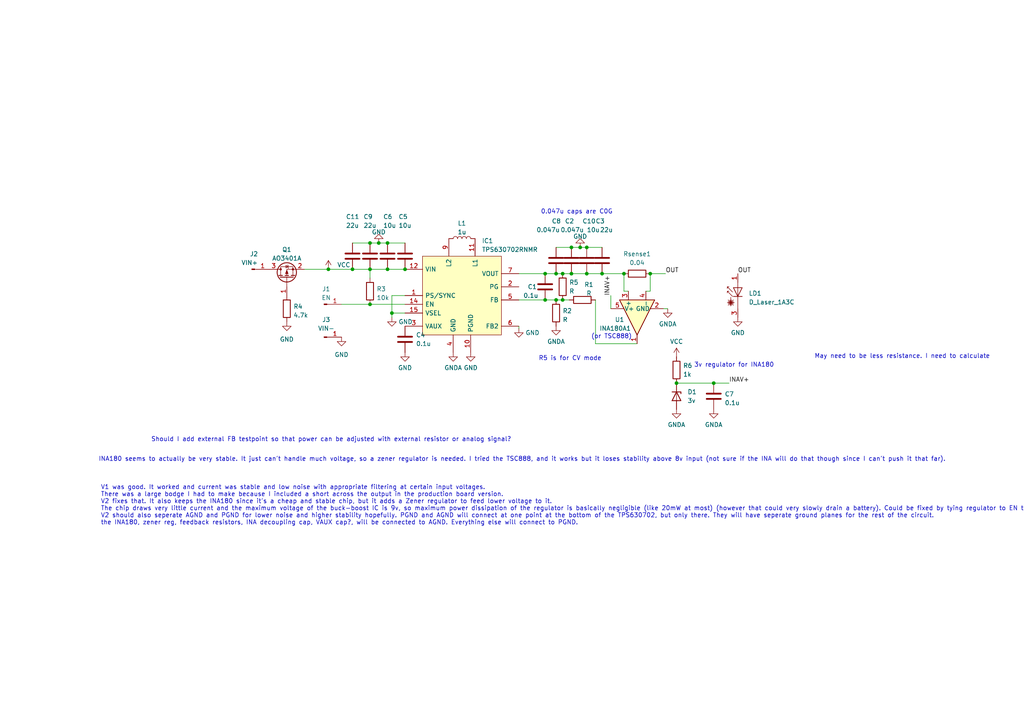
<source format=kicad_sch>
(kicad_sch (version 20230121) (generator eeschema)

  (uuid 067b09f1-9c65-4620-b0a0-4bf37d78209b)

  (paper "A4")

  (lib_symbols
    (symbol "Amplifier_Current:INA180A1" (pin_names (offset 0.127)) (in_bom yes) (on_board yes)
      (property "Reference" "U" (at 3.81 3.81 0)
        (effects (font (size 1.27 1.27)) (justify left))
      )
      (property "Value" "INA180A1" (at 3.81 -2.54 0)
        (effects (font (size 1.27 1.27)) (justify left))
      )
      (property "Footprint" "Package_TO_SOT_SMD:SOT-23-5" (at 1.27 1.27 0)
        (effects (font (size 1.27 1.27)) hide)
      )
      (property "Datasheet" "http://www.ti.com/lit/ds/symlink/ina180.pdf" (at 3.81 3.81 0)
        (effects (font (size 1.27 1.27)) hide)
      )
      (property "ki_keywords" "current monitor shunt sensor" (at 0 0 0)
        (effects (font (size 1.27 1.27)) hide)
      )
      (property "ki_description" "Current Sense Amplifier, 1 Circuit, Rail-to-Rail, 26V, Gain 20 V/V, SOT-23-5" (at 0 0 0)
        (effects (font (size 1.27 1.27)) hide)
      )
      (property "ki_fp_filters" "SOT?23*" (at 0 0 0)
        (effects (font (size 1.27 1.27)) hide)
      )
      (symbol "INA180A1_0_1"
        (polyline
          (pts
            (xy 5.08 0)
            (xy -5.08 5.08)
            (xy -5.08 -5.08)
            (xy 5.08 0)
          )
          (stroke (width 0.254) (type default))
          (fill (type background))
        )
      )
      (symbol "INA180A1_1_1"
        (pin output line (at 7.62 0 180) (length 2.54)
          (name "~" (effects (font (size 1.27 1.27))))
          (number "1" (effects (font (size 1.27 1.27))))
        )
        (pin power_in line (at -2.54 -7.62 90) (length 3.81)
          (name "GND" (effects (font (size 1.27 1.27))))
          (number "2" (effects (font (size 1.27 1.27))))
        )
        (pin input line (at -7.62 2.54 0) (length 2.54)
          (name "+" (effects (font (size 1.27 1.27))))
          (number "3" (effects (font (size 1.27 1.27))))
        )
        (pin input line (at -7.62 -2.54 0) (length 2.54)
          (name "-" (effects (font (size 1.27 1.27))))
          (number "4" (effects (font (size 1.27 1.27))))
        )
        (pin power_in line (at -2.54 7.62 270) (length 3.81)
          (name "V+" (effects (font (size 1.27 1.27))))
          (number "5" (effects (font (size 1.27 1.27))))
        )
      )
    )
    (symbol "Connector:Conn_01x01_Pin" (pin_names (offset 1.016) hide) (in_bom yes) (on_board yes)
      (property "Reference" "J" (at 0 2.54 0)
        (effects (font (size 1.27 1.27)))
      )
      (property "Value" "Conn_01x01_Pin" (at 0 -2.54 0)
        (effects (font (size 1.27 1.27)))
      )
      (property "Footprint" "" (at 0 0 0)
        (effects (font (size 1.27 1.27)) hide)
      )
      (property "Datasheet" "~" (at 0 0 0)
        (effects (font (size 1.27 1.27)) hide)
      )
      (property "ki_locked" "" (at 0 0 0)
        (effects (font (size 1.27 1.27)))
      )
      (property "ki_keywords" "connector" (at 0 0 0)
        (effects (font (size 1.27 1.27)) hide)
      )
      (property "ki_description" "Generic connector, single row, 01x01, script generated" (at 0 0 0)
        (effects (font (size 1.27 1.27)) hide)
      )
      (property "ki_fp_filters" "Connector*:*_1x??_*" (at 0 0 0)
        (effects (font (size 1.27 1.27)) hide)
      )
      (symbol "Conn_01x01_Pin_1_1"
        (polyline
          (pts
            (xy 1.27 0)
            (xy 0.8636 0)
          )
          (stroke (width 0.1524) (type default))
          (fill (type none))
        )
        (rectangle (start 0.8636 0.127) (end 0 -0.127)
          (stroke (width 0.1524) (type default))
          (fill (type outline))
        )
        (pin passive line (at 5.08 0 180) (length 3.81)
          (name "Pin_1" (effects (font (size 1.27 1.27))))
          (number "1" (effects (font (size 1.27 1.27))))
        )
      )
    )
    (symbol "Device:C" (pin_numbers hide) (pin_names (offset 0.254)) (in_bom yes) (on_board yes)
      (property "Reference" "C" (at 0.635 2.54 0)
        (effects (font (size 1.27 1.27)) (justify left))
      )
      (property "Value" "C" (at 0.635 -2.54 0)
        (effects (font (size 1.27 1.27)) (justify left))
      )
      (property "Footprint" "" (at 0.9652 -3.81 0)
        (effects (font (size 1.27 1.27)) hide)
      )
      (property "Datasheet" "~" (at 0 0 0)
        (effects (font (size 1.27 1.27)) hide)
      )
      (property "ki_keywords" "cap capacitor" (at 0 0 0)
        (effects (font (size 1.27 1.27)) hide)
      )
      (property "ki_description" "Unpolarized capacitor" (at 0 0 0)
        (effects (font (size 1.27 1.27)) hide)
      )
      (property "ki_fp_filters" "C_*" (at 0 0 0)
        (effects (font (size 1.27 1.27)) hide)
      )
      (symbol "C_0_1"
        (polyline
          (pts
            (xy -2.032 -0.762)
            (xy 2.032 -0.762)
          )
          (stroke (width 0.508) (type default))
          (fill (type none))
        )
        (polyline
          (pts
            (xy -2.032 0.762)
            (xy 2.032 0.762)
          )
          (stroke (width 0.508) (type default))
          (fill (type none))
        )
      )
      (symbol "C_1_1"
        (pin passive line (at 0 3.81 270) (length 2.794)
          (name "~" (effects (font (size 1.27 1.27))))
          (number "1" (effects (font (size 1.27 1.27))))
        )
        (pin passive line (at 0 -3.81 90) (length 2.794)
          (name "~" (effects (font (size 1.27 1.27))))
          (number "2" (effects (font (size 1.27 1.27))))
        )
      )
    )
    (symbol "Device:D_Laser_1A3C" (pin_names (offset 1.016) hide) (in_bom yes) (on_board yes)
      (property "Reference" "LD" (at -1.27 4.445 0)
        (effects (font (size 1.27 1.27)))
      )
      (property "Value" "D_Laser_1A3C" (at -1.27 -2.54 0)
        (effects (font (size 1.27 1.27)))
      )
      (property "Footprint" "" (at -2.54 -0.635 0)
        (effects (font (size 1.27 1.27)) hide)
      )
      (property "Datasheet" "~" (at 0.762 -5.08 0)
        (effects (font (size 1.27 1.27)) hide)
      )
      (property "ki_keywords" "opto laserdiode" (at 0 0 0)
        (effects (font (size 1.27 1.27)) hide)
      )
      (property "ki_description" "Laser diode, cathode on pin 3, anode on pin 1" (at 0 0 0)
        (effects (font (size 1.27 1.27)) hide)
      )
      (property "ki_fp_filters" "*LaserDiode*" (at 0 0 0)
        (effects (font (size 1.27 1.27)) hide)
      )
      (symbol "D_Laser_1A3C_0_1"
        (polyline
          (pts
            (xy -4.064 1.27)
            (xy -2.54 2.794)
          )
          (stroke (width 0) (type default))
          (fill (type none))
        )
        (polyline
          (pts
            (xy -4.064 1.778)
            (xy -2.54 2.286)
          )
          (stroke (width 0) (type default))
          (fill (type none))
        )
        (polyline
          (pts
            (xy -4.064 2.286)
            (xy -2.54 1.778)
          )
          (stroke (width 0) (type default))
          (fill (type none))
        )
        (polyline
          (pts
            (xy -4.064 2.794)
            (xy -2.54 1.27)
          )
          (stroke (width 0) (type default))
          (fill (type none))
        )
        (polyline
          (pts
            (xy -3.556 2.794)
            (xy -3.048 1.27)
          )
          (stroke (width 0) (type default))
          (fill (type none))
        )
        (polyline
          (pts
            (xy -3.302 2.032)
            (xy -3.302 1.016)
          )
          (stroke (width 0) (type default))
          (fill (type none))
        )
        (polyline
          (pts
            (xy -3.302 2.032)
            (xy -3.302 3.048)
          )
          (stroke (width 0) (type default))
          (fill (type none))
        )
        (polyline
          (pts
            (xy -3.048 2.794)
            (xy -3.556 1.27)
          )
          (stroke (width 0) (type default))
          (fill (type none))
        )
        (polyline
          (pts
            (xy -1.778 2.032)
            (xy -4.318 2.032)
          )
          (stroke (width 0) (type default))
          (fill (type none))
        )
        (polyline
          (pts
            (xy -1.524 1.27)
            (xy -1.524 -1.27)
          )
          (stroke (width 0.2032) (type default))
          (fill (type none))
        )
        (polyline
          (pts
            (xy 1.27 3.048)
            (xy 0.762 3.048)
          )
          (stroke (width 0) (type default))
          (fill (type none))
        )
        (polyline
          (pts
            (xy 2.54 0)
            (xy -5.08 0)
          )
          (stroke (width 0) (type default))
          (fill (type none))
        )
        (polyline
          (pts
            (xy -0.254 1.524)
            (xy 1.27 3.048)
            (xy 1.27 2.54)
          )
          (stroke (width 0) (type default))
          (fill (type none))
        )
        (polyline
          (pts
            (xy 1.016 1.27)
            (xy 1.016 -1.27)
            (xy -1.524 0)
            (xy 1.016 1.27)
          )
          (stroke (width 0.2032) (type default))
          (fill (type none))
        )
        (polyline
          (pts
            (xy -1.524 1.524)
            (xy 0 3.048)
            (xy 0 2.54)
            (xy 0 3.048)
            (xy -0.508 3.048)
          )
          (stroke (width 0) (type default))
          (fill (type none))
        )
      )
      (symbol "D_Laser_1A3C_1_1"
        (pin passive line (at 5.08 0 180) (length 2.54)
          (name "A" (effects (font (size 1.27 1.27))))
          (number "1" (effects (font (size 1.27 1.27))))
        )
        (pin passive line (at -7.62 0 0) (length 2.54)
          (name "K" (effects (font (size 1.27 1.27))))
          (number "3" (effects (font (size 1.27 1.27))))
        )
      )
    )
    (symbol "Device:D_Zener" (pin_numbers hide) (pin_names (offset 1.016) hide) (in_bom yes) (on_board yes)
      (property "Reference" "D" (at 0 2.54 0)
        (effects (font (size 1.27 1.27)))
      )
      (property "Value" "D_Zener" (at 0 -2.54 0)
        (effects (font (size 1.27 1.27)))
      )
      (property "Footprint" "" (at 0 0 0)
        (effects (font (size 1.27 1.27)) hide)
      )
      (property "Datasheet" "~" (at 0 0 0)
        (effects (font (size 1.27 1.27)) hide)
      )
      (property "ki_keywords" "diode" (at 0 0 0)
        (effects (font (size 1.27 1.27)) hide)
      )
      (property "ki_description" "Zener diode" (at 0 0 0)
        (effects (font (size 1.27 1.27)) hide)
      )
      (property "ki_fp_filters" "TO-???* *_Diode_* *SingleDiode* D_*" (at 0 0 0)
        (effects (font (size 1.27 1.27)) hide)
      )
      (symbol "D_Zener_0_1"
        (polyline
          (pts
            (xy 1.27 0)
            (xy -1.27 0)
          )
          (stroke (width 0) (type default))
          (fill (type none))
        )
        (polyline
          (pts
            (xy -1.27 -1.27)
            (xy -1.27 1.27)
            (xy -0.762 1.27)
          )
          (stroke (width 0.254) (type default))
          (fill (type none))
        )
        (polyline
          (pts
            (xy 1.27 -1.27)
            (xy 1.27 1.27)
            (xy -1.27 0)
            (xy 1.27 -1.27)
          )
          (stroke (width 0.254) (type default))
          (fill (type none))
        )
      )
      (symbol "D_Zener_1_1"
        (pin passive line (at -3.81 0 0) (length 2.54)
          (name "K" (effects (font (size 1.27 1.27))))
          (number "1" (effects (font (size 1.27 1.27))))
        )
        (pin passive line (at 3.81 0 180) (length 2.54)
          (name "A" (effects (font (size 1.27 1.27))))
          (number "2" (effects (font (size 1.27 1.27))))
        )
      )
    )
    (symbol "Device:L" (pin_numbers hide) (pin_names (offset 1.016) hide) (in_bom yes) (on_board yes)
      (property "Reference" "L" (at -1.27 0 90)
        (effects (font (size 1.27 1.27)))
      )
      (property "Value" "L" (at 1.905 0 90)
        (effects (font (size 1.27 1.27)))
      )
      (property "Footprint" "" (at 0 0 0)
        (effects (font (size 1.27 1.27)) hide)
      )
      (property "Datasheet" "~" (at 0 0 0)
        (effects (font (size 1.27 1.27)) hide)
      )
      (property "ki_keywords" "inductor choke coil reactor magnetic" (at 0 0 0)
        (effects (font (size 1.27 1.27)) hide)
      )
      (property "ki_description" "Inductor" (at 0 0 0)
        (effects (font (size 1.27 1.27)) hide)
      )
      (property "ki_fp_filters" "Choke_* *Coil* Inductor_* L_*" (at 0 0 0)
        (effects (font (size 1.27 1.27)) hide)
      )
      (symbol "L_0_1"
        (arc (start 0 -2.54) (mid 0.6323 -1.905) (end 0 -1.27)
          (stroke (width 0) (type default))
          (fill (type none))
        )
        (arc (start 0 -1.27) (mid 0.6323 -0.635) (end 0 0)
          (stroke (width 0) (type default))
          (fill (type none))
        )
        (arc (start 0 0) (mid 0.6323 0.635) (end 0 1.27)
          (stroke (width 0) (type default))
          (fill (type none))
        )
        (arc (start 0 1.27) (mid 0.6323 1.905) (end 0 2.54)
          (stroke (width 0) (type default))
          (fill (type none))
        )
      )
      (symbol "L_1_1"
        (pin passive line (at 0 3.81 270) (length 1.27)
          (name "1" (effects (font (size 1.27 1.27))))
          (number "1" (effects (font (size 1.27 1.27))))
        )
        (pin passive line (at 0 -3.81 90) (length 1.27)
          (name "2" (effects (font (size 1.27 1.27))))
          (number "2" (effects (font (size 1.27 1.27))))
        )
      )
    )
    (symbol "Device:R" (pin_numbers hide) (pin_names (offset 0)) (in_bom yes) (on_board yes)
      (property "Reference" "R" (at 2.032 0 90)
        (effects (font (size 1.27 1.27)))
      )
      (property "Value" "R" (at 0 0 90)
        (effects (font (size 1.27 1.27)))
      )
      (property "Footprint" "" (at -1.778 0 90)
        (effects (font (size 1.27 1.27)) hide)
      )
      (property "Datasheet" "~" (at 0 0 0)
        (effects (font (size 1.27 1.27)) hide)
      )
      (property "ki_keywords" "R res resistor" (at 0 0 0)
        (effects (font (size 1.27 1.27)) hide)
      )
      (property "ki_description" "Resistor" (at 0 0 0)
        (effects (font (size 1.27 1.27)) hide)
      )
      (property "ki_fp_filters" "R_*" (at 0 0 0)
        (effects (font (size 1.27 1.27)) hide)
      )
      (symbol "R_0_1"
        (rectangle (start -1.016 -2.54) (end 1.016 2.54)
          (stroke (width 0.254) (type default))
          (fill (type none))
        )
      )
      (symbol "R_1_1"
        (pin passive line (at 0 3.81 270) (length 1.27)
          (name "~" (effects (font (size 1.27 1.27))))
          (number "1" (effects (font (size 1.27 1.27))))
        )
        (pin passive line (at 0 -3.81 90) (length 1.27)
          (name "~" (effects (font (size 1.27 1.27))))
          (number "2" (effects (font (size 1.27 1.27))))
        )
      )
    )
    (symbol "Transistor_FET:AO3401A" (pin_names hide) (in_bom yes) (on_board yes)
      (property "Reference" "Q" (at 5.08 1.905 0)
        (effects (font (size 1.27 1.27)) (justify left))
      )
      (property "Value" "AO3401A" (at 5.08 0 0)
        (effects (font (size 1.27 1.27)) (justify left))
      )
      (property "Footprint" "Package_TO_SOT_SMD:SOT-23" (at 5.08 -1.905 0)
        (effects (font (size 1.27 1.27) italic) (justify left) hide)
      )
      (property "Datasheet" "http://www.aosmd.com/pdfs/datasheet/AO3401A.pdf" (at 0 0 0)
        (effects (font (size 1.27 1.27)) (justify left) hide)
      )
      (property "ki_keywords" "P-Channel MOSFET" (at 0 0 0)
        (effects (font (size 1.27 1.27)) hide)
      )
      (property "ki_description" "-4.0A Id, -30V Vds, P-Channel MOSFET, SOT-23" (at 0 0 0)
        (effects (font (size 1.27 1.27)) hide)
      )
      (property "ki_fp_filters" "SOT?23*" (at 0 0 0)
        (effects (font (size 1.27 1.27)) hide)
      )
      (symbol "AO3401A_0_1"
        (polyline
          (pts
            (xy 0.254 0)
            (xy -2.54 0)
          )
          (stroke (width 0) (type default))
          (fill (type none))
        )
        (polyline
          (pts
            (xy 0.254 1.905)
            (xy 0.254 -1.905)
          )
          (stroke (width 0.254) (type default))
          (fill (type none))
        )
        (polyline
          (pts
            (xy 0.762 -1.27)
            (xy 0.762 -2.286)
          )
          (stroke (width 0.254) (type default))
          (fill (type none))
        )
        (polyline
          (pts
            (xy 0.762 0.508)
            (xy 0.762 -0.508)
          )
          (stroke (width 0.254) (type default))
          (fill (type none))
        )
        (polyline
          (pts
            (xy 0.762 2.286)
            (xy 0.762 1.27)
          )
          (stroke (width 0.254) (type default))
          (fill (type none))
        )
        (polyline
          (pts
            (xy 2.54 2.54)
            (xy 2.54 1.778)
          )
          (stroke (width 0) (type default))
          (fill (type none))
        )
        (polyline
          (pts
            (xy 2.54 -2.54)
            (xy 2.54 0)
            (xy 0.762 0)
          )
          (stroke (width 0) (type default))
          (fill (type none))
        )
        (polyline
          (pts
            (xy 0.762 1.778)
            (xy 3.302 1.778)
            (xy 3.302 -1.778)
            (xy 0.762 -1.778)
          )
          (stroke (width 0) (type default))
          (fill (type none))
        )
        (polyline
          (pts
            (xy 2.286 0)
            (xy 1.27 0.381)
            (xy 1.27 -0.381)
            (xy 2.286 0)
          )
          (stroke (width 0) (type default))
          (fill (type outline))
        )
        (polyline
          (pts
            (xy 2.794 -0.508)
            (xy 2.921 -0.381)
            (xy 3.683 -0.381)
            (xy 3.81 -0.254)
          )
          (stroke (width 0) (type default))
          (fill (type none))
        )
        (polyline
          (pts
            (xy 3.302 -0.381)
            (xy 2.921 0.254)
            (xy 3.683 0.254)
            (xy 3.302 -0.381)
          )
          (stroke (width 0) (type default))
          (fill (type none))
        )
        (circle (center 1.651 0) (radius 2.794)
          (stroke (width 0.254) (type default))
          (fill (type none))
        )
        (circle (center 2.54 -1.778) (radius 0.254)
          (stroke (width 0) (type default))
          (fill (type outline))
        )
        (circle (center 2.54 1.778) (radius 0.254)
          (stroke (width 0) (type default))
          (fill (type outline))
        )
      )
      (symbol "AO3401A_1_1"
        (pin input line (at -5.08 0 0) (length 2.54)
          (name "G" (effects (font (size 1.27 1.27))))
          (number "1" (effects (font (size 1.27 1.27))))
        )
        (pin passive line (at 2.54 -5.08 90) (length 2.54)
          (name "S" (effects (font (size 1.27 1.27))))
          (number "2" (effects (font (size 1.27 1.27))))
        )
        (pin passive line (at 2.54 5.08 270) (length 2.54)
          (name "D" (effects (font (size 1.27 1.27))))
          (number "3" (effects (font (size 1.27 1.27))))
        )
      )
    )
    (symbol "custom:TPS630702RNMR" (pin_names (offset 0.762)) (in_bom yes) (on_board yes)
      (property "Reference" "IC" (at 29.21 7.62 0)
        (effects (font (size 1.27 1.27)) (justify left))
      )
      (property "Value" "TPS630702RNMR" (at 29.21 5.08 0)
        (effects (font (size 1.27 1.27)) (justify left))
      )
      (property "Footprint" "TPS630701RNMR" (at 29.21 2.54 0)
        (effects (font (size 1.27 1.27)) (justify left) hide)
      )
      (property "Datasheet" "http://www.ti.com/lit/ds/symlink/tps63070.pdf" (at 29.21 0 0)
        (effects (font (size 1.27 1.27)) (justify left) hide)
      )
      (property "Description" "Switching Voltage Regulators" (at 31.75 -21.59 0)
        (effects (font (size 1.27 1.27)) (justify left) hide)
      )
      (property "Height" "" (at 29.21 -5.08 0)
        (effects (font (size 1.27 1.27)) (justify left) hide)
      )
      (property "Mouser Part Number" "595-TPS630702RNMR" (at 29.21 -7.62 0)
        (effects (font (size 1.27 1.27)) (justify left) hide)
      )
      (property "Mouser Price/Stock" "https://www.mouser.co.uk/ProductDetail/Texas-Instruments/TPS630702RNMR?qs=vLWxofP3U2wHUyCq3Fj%2FmQ%3D%3D" (at 29.21 -10.16 0)
        (effects (font (size 1.27 1.27)) (justify left) hide)
      )
      (property "Manufacturer_Name" "Texas Instruments" (at 29.21 -12.7 0)
        (effects (font (size 1.27 1.27)) (justify left) hide)
      )
      (property "Manufacturer_Part_Number" "TPS630702RNMR" (at 29.21 -15.24 0)
        (effects (font (size 1.27 1.27)) (justify left) hide)
      )
      (property "ki_description" "Switching Voltage Regulators" (at 0 0 0)
        (effects (font (size 1.27 1.27)) hide)
      )
      (symbol "TPS630702RNMR_0_0"
        (pin passive line (at 0 -8.89 0) (length 5.08)
          (name "PS/SYNC" (effects (font (size 1.27 1.27))))
          (number "1" (effects (font (size 1.27 1.27))))
        )
        (pin passive line (at 19.05 -25.4 90) (length 5.08)
          (name "PGND" (effects (font (size 1.27 1.27))))
          (number "10" (effects (font (size 1.27 1.27))))
        )
        (pin passive line (at 20.32 7.62 270) (length 5.08)
          (name "L1" (effects (font (size 1.27 1.27))))
          (number "11" (effects (font (size 1.27 1.27))))
        )
        (pin passive line (at 0 -1.27 0) (length 5.08)
          (name "VIN" (effects (font (size 1.27 1.27))))
          (number "12" (effects (font (size 1.27 1.27))))
        )
        (pin passive line (at 0 -1.27 0) (length 5.08) hide
          (name "VIN" (effects (font (size 1.27 1.27))))
          (number "13" (effects (font (size 1.27 1.27))))
        )
        (pin passive line (at 0 -11.43 0) (length 5.08)
          (name "EN" (effects (font (size 1.27 1.27))))
          (number "14" (effects (font (size 1.27 1.27))))
        )
        (pin passive line (at 0 -13.97 0) (length 5.08)
          (name "VSEL" (effects (font (size 1.27 1.27))))
          (number "15" (effects (font (size 1.27 1.27))))
        )
        (pin passive line (at 33.02 -6.35 180) (length 5.08)
          (name "PG" (effects (font (size 1.27 1.27))))
          (number "2" (effects (font (size 1.27 1.27))))
        )
        (pin passive line (at 0 -17.78 0) (length 5.08)
          (name "VAUX" (effects (font (size 1.27 1.27))))
          (number "3" (effects (font (size 1.27 1.27))))
        )
        (pin passive line (at 13.97 -25.4 90) (length 5.08)
          (name "GND" (effects (font (size 1.27 1.27))))
          (number "4" (effects (font (size 1.27 1.27))))
        )
        (pin passive line (at 33.02 -10.16 180) (length 5.08)
          (name "FB" (effects (font (size 1.27 1.27))))
          (number "5" (effects (font (size 1.27 1.27))))
        )
        (pin passive line (at 33.02 -17.78 180) (length 5.08)
          (name "FB2" (effects (font (size 1.27 1.27))))
          (number "6" (effects (font (size 1.27 1.27))))
        )
        (pin passive line (at 33.02 -2.54 180) (length 5.08)
          (name "VOUT" (effects (font (size 1.27 1.27))))
          (number "7" (effects (font (size 1.27 1.27))))
        )
        (pin passive line (at 33.02 -2.54 180) (length 5.08) hide
          (name "VOUT" (effects (font (size 1.27 1.27))))
          (number "8" (effects (font (size 1.27 1.27))))
        )
        (pin passive line (at 12.7 7.62 270) (length 5.08)
          (name "L2" (effects (font (size 1.27 1.27))))
          (number "9" (effects (font (size 1.27 1.27))))
        )
      )
      (symbol "TPS630702RNMR_0_1"
        (polyline
          (pts
            (xy 5.08 2.54)
            (xy 27.94 2.54)
            (xy 27.94 -20.32)
            (xy 5.08 -20.32)
            (xy 5.08 2.54)
          )
          (stroke (width 0.1524) (type solid))
          (fill (type background))
        )
      )
    )
    (symbol "power:GND" (power) (pin_names (offset 0)) (in_bom yes) (on_board yes)
      (property "Reference" "#PWR" (at 0 -6.35 0)
        (effects (font (size 1.27 1.27)) hide)
      )
      (property "Value" "GND" (at 0 -3.81 0)
        (effects (font (size 1.27 1.27)))
      )
      (property "Footprint" "" (at 0 0 0)
        (effects (font (size 1.27 1.27)) hide)
      )
      (property "Datasheet" "" (at 0 0 0)
        (effects (font (size 1.27 1.27)) hide)
      )
      (property "ki_keywords" "global power" (at 0 0 0)
        (effects (font (size 1.27 1.27)) hide)
      )
      (property "ki_description" "Power symbol creates a global label with name \"GND\" , ground" (at 0 0 0)
        (effects (font (size 1.27 1.27)) hide)
      )
      (symbol "GND_0_1"
        (polyline
          (pts
            (xy 0 0)
            (xy 0 -1.27)
            (xy 1.27 -1.27)
            (xy 0 -2.54)
            (xy -1.27 -1.27)
            (xy 0 -1.27)
          )
          (stroke (width 0) (type default))
          (fill (type none))
        )
      )
      (symbol "GND_1_1"
        (pin power_in line (at 0 0 270) (length 0) hide
          (name "GND" (effects (font (size 1.27 1.27))))
          (number "1" (effects (font (size 1.27 1.27))))
        )
      )
    )
    (symbol "power:GNDA" (power) (pin_names (offset 0)) (in_bom yes) (on_board yes)
      (property "Reference" "#PWR" (at 0 -6.35 0)
        (effects (font (size 1.27 1.27)) hide)
      )
      (property "Value" "GNDA" (at 0 -3.81 0)
        (effects (font (size 1.27 1.27)))
      )
      (property "Footprint" "" (at 0 0 0)
        (effects (font (size 1.27 1.27)) hide)
      )
      (property "Datasheet" "" (at 0 0 0)
        (effects (font (size 1.27 1.27)) hide)
      )
      (property "ki_keywords" "global power" (at 0 0 0)
        (effects (font (size 1.27 1.27)) hide)
      )
      (property "ki_description" "Power symbol creates a global label with name \"GNDA\" , analog ground" (at 0 0 0)
        (effects (font (size 1.27 1.27)) hide)
      )
      (symbol "GNDA_0_1"
        (polyline
          (pts
            (xy 0 0)
            (xy 0 -1.27)
            (xy 1.27 -1.27)
            (xy 0 -2.54)
            (xy -1.27 -1.27)
            (xy 0 -1.27)
          )
          (stroke (width 0) (type default))
          (fill (type none))
        )
      )
      (symbol "GNDA_1_1"
        (pin power_in line (at 0 0 270) (length 0) hide
          (name "GNDA" (effects (font (size 1.27 1.27))))
          (number "1" (effects (font (size 1.27 1.27))))
        )
      )
    )
    (symbol "power:VCC" (power) (pin_names (offset 0)) (in_bom yes) (on_board yes)
      (property "Reference" "#PWR" (at 0 -3.81 0)
        (effects (font (size 1.27 1.27)) hide)
      )
      (property "Value" "VCC" (at 0 3.81 0)
        (effects (font (size 1.27 1.27)))
      )
      (property "Footprint" "" (at 0 0 0)
        (effects (font (size 1.27 1.27)) hide)
      )
      (property "Datasheet" "" (at 0 0 0)
        (effects (font (size 1.27 1.27)) hide)
      )
      (property "ki_keywords" "global power" (at 0 0 0)
        (effects (font (size 1.27 1.27)) hide)
      )
      (property "ki_description" "Power symbol creates a global label with name \"VCC\"" (at 0 0 0)
        (effects (font (size 1.27 1.27)) hide)
      )
      (symbol "VCC_0_1"
        (polyline
          (pts
            (xy -0.762 1.27)
            (xy 0 2.54)
          )
          (stroke (width 0) (type default))
          (fill (type none))
        )
        (polyline
          (pts
            (xy 0 0)
            (xy 0 2.54)
          )
          (stroke (width 0) (type default))
          (fill (type none))
        )
        (polyline
          (pts
            (xy 0 2.54)
            (xy 0.762 1.27)
          )
          (stroke (width 0) (type default))
          (fill (type none))
        )
      )
      (symbol "VCC_1_1"
        (pin power_in line (at 0 0 90) (length 0) hide
          (name "VCC" (effects (font (size 1.27 1.27))))
          (number "1" (effects (font (size 1.27 1.27))))
        )
      )
    )
  )

  (junction (at 165.735 79.375) (diameter 0) (color 0 0 0 0)
    (uuid 0643da6b-7867-4937-88d1-8bb1f5a4fa02)
  )
  (junction (at 95.25 78.105) (diameter 0) (color 0 0 0 0)
    (uuid 07de6d60-31ba-463d-a447-4ae529b29050)
  )
  (junction (at 109.855 70.485) (diameter 0) (color 0 0 0 0)
    (uuid 0c32d279-30f8-4a9e-b312-605ed106cd9a)
  )
  (junction (at 112.395 70.485) (diameter 0) (color 0 0 0 0)
    (uuid 1e119340-c9cd-4599-910b-2ccfb2144e9a)
  )
  (junction (at 180.975 79.375) (diameter 0) (color 0 0 0 0)
    (uuid 30038de1-554f-4b11-ac85-714bc6338375)
  )
  (junction (at 117.475 78.105) (diameter 0) (color 0 0 0 0)
    (uuid 35f1d5bc-9470-48df-8108-c467b56b4474)
  )
  (junction (at 163.195 79.375) (diameter 0) (color 0 0 0 0)
    (uuid 439340b3-6795-4257-908f-bfdaffb67b3e)
  )
  (junction (at 163.195 86.995) (diameter 0) (color 0 0 0 0)
    (uuid 4929bcc4-b177-4417-bac9-b24018f9fb5b)
  )
  (junction (at 158.115 86.995) (diameter 0) (color 0 0 0 0)
    (uuid 500925de-76db-4bea-a910-c934c3a8259e)
  )
  (junction (at 207.01 111.125) (diameter 0) (color 0 0 0 0)
    (uuid 509804ed-1756-4eab-8713-83a0d7602d61)
  )
  (junction (at 107.315 88.265) (diameter 0) (color 0 0 0 0)
    (uuid 5523e9d2-1983-4f73-904d-c95eaafd2df1)
  )
  (junction (at 161.29 86.995) (diameter 0) (color 0 0 0 0)
    (uuid 74268cc7-7ad3-4d29-a683-5fdc30cfe78d)
  )
  (junction (at 113.665 90.805) (diameter 0) (color 0 0 0 0)
    (uuid 779ae8f9-1669-493c-bb58-16e0082b4655)
  )
  (junction (at 107.315 78.105) (diameter 0) (color 0 0 0 0)
    (uuid 7e6e678e-fbda-45ae-99de-5db38f525a56)
  )
  (junction (at 165.735 71.755) (diameter 0) (color 0 0 0 0)
    (uuid 7fd334e0-e6ad-4653-a164-7c8aa97ec63c)
  )
  (junction (at 170.18 79.375) (diameter 0) (color 0 0 0 0)
    (uuid 8ce0f4ed-c42f-43b6-a6f6-ef8a6083bdda)
  )
  (junction (at 161.29 79.375) (diameter 0) (color 0 0 0 0)
    (uuid 8e6350b7-68dd-4da8-be61-37d70e225033)
  )
  (junction (at 188.595 79.375) (diameter 0) (color 0 0 0 0)
    (uuid b1475213-2ad1-434c-be48-cc44c3490b38)
  )
  (junction (at 112.395 78.105) (diameter 0) (color 0 0 0 0)
    (uuid b3847137-9ad2-4f9d-b23b-4b6046e1248b)
  )
  (junction (at 170.18 71.755) (diameter 0) (color 0 0 0 0)
    (uuid c9e3ad27-a1ff-4f7d-bee3-3a8b51d2b82d)
  )
  (junction (at 174.625 79.375) (diameter 0) (color 0 0 0 0)
    (uuid cb2a6679-bc82-4d73-b428-b27eb20feed5)
  )
  (junction (at 102.235 78.105) (diameter 0) (color 0 0 0 0)
    (uuid d429eeb9-7c0a-460b-9985-ac7d7a320bb1)
  )
  (junction (at 107.315 70.485) (diameter 0) (color 0 0 0 0)
    (uuid df27e281-dd4f-4915-b25a-d332ef1ff6a2)
  )
  (junction (at 158.115 79.375) (diameter 0) (color 0 0 0 0)
    (uuid e3720ec2-ebf0-410d-bb20-47f5c2ffdd07)
  )
  (junction (at 196.215 111.125) (diameter 0) (color 0 0 0 0)
    (uuid e3f125cc-7e77-49bd-9c0a-b66ae2482164)
  )
  (junction (at 168.275 71.755) (diameter 0) (color 0 0 0 0)
    (uuid f70c2918-20f0-4967-83d8-e64d99b55535)
  )

  (wire (pts (xy 102.235 70.485) (xy 107.315 70.485))
    (stroke (width 0) (type default))
    (uuid 0356ff8d-957d-48de-996d-5e1e6cdfcabd)
  )
  (wire (pts (xy 163.195 86.995) (xy 165.1 86.995))
    (stroke (width 0) (type default))
    (uuid 04cf0f50-ee0b-49be-bb32-79348e9904ec)
  )
  (wire (pts (xy 150.495 95.25) (xy 150.495 94.615))
    (stroke (width 0) (type default))
    (uuid 097a7f7d-f5c1-466e-8982-5b1c3c53c141)
  )
  (wire (pts (xy 170.18 71.755) (xy 174.625 71.755))
    (stroke (width 0) (type default))
    (uuid 09b6dde2-0a2e-4f3c-829e-1f4e4c491bdc)
  )
  (wire (pts (xy 188.595 79.375) (xy 193.04 79.375))
    (stroke (width 0) (type default))
    (uuid 13948872-671b-4d70-90d2-957ce428c46f)
  )
  (wire (pts (xy 158.115 86.995) (xy 161.29 86.995))
    (stroke (width 0) (type default))
    (uuid 1c8991b0-109e-4813-81b1-908ec536cb7d)
  )
  (wire (pts (xy 180.975 84.455) (xy 180.975 79.375))
    (stroke (width 0) (type default))
    (uuid 2a1a51f0-00fd-4284-adda-2b1198d707f3)
  )
  (wire (pts (xy 207.01 111.125) (xy 196.215 111.125))
    (stroke (width 0) (type default))
    (uuid 2c2fb40a-cf48-47dc-a506-5afa13fe6570)
  )
  (wire (pts (xy 150.495 86.995) (xy 158.115 86.995))
    (stroke (width 0) (type default))
    (uuid 2de8b8f6-04ae-4161-8c27-b0825e8430da)
  )
  (wire (pts (xy 170.18 79.375) (xy 174.625 79.375))
    (stroke (width 0) (type default))
    (uuid 36950ed7-a63a-4ed6-b363-82395f48d1d7)
  )
  (wire (pts (xy 117.475 85.725) (xy 113.665 85.725))
    (stroke (width 0) (type default))
    (uuid 36dc2a1e-e7d8-4143-b671-ee35b139899f)
  )
  (wire (pts (xy 182.245 84.455) (xy 180.975 84.455))
    (stroke (width 0) (type default))
    (uuid 3e22a4c9-9284-45ff-9789-2323b14fda10)
  )
  (wire (pts (xy 158.115 79.375) (xy 161.29 79.375))
    (stroke (width 0) (type default))
    (uuid 3f9d599d-d362-4f43-9371-f9ac09d3d9ae)
  )
  (wire (pts (xy 163.195 79.375) (xy 165.735 79.375))
    (stroke (width 0) (type default))
    (uuid 42021741-0210-4275-99d0-38f3a467fd5b)
  )
  (wire (pts (xy 112.395 70.485) (xy 117.475 70.485))
    (stroke (width 0) (type default))
    (uuid 43040a43-753f-46ba-bb5e-b8e89b0e3fe8)
  )
  (wire (pts (xy 107.315 70.485) (xy 109.855 70.485))
    (stroke (width 0) (type default))
    (uuid 462a5958-67a4-45ec-ae66-0aee169cb526)
  )
  (wire (pts (xy 102.235 78.105) (xy 107.315 78.105))
    (stroke (width 0) (type default))
    (uuid 4eb2811c-3430-4612-b97d-0db5a96defba)
  )
  (wire (pts (xy 88.265 78.105) (xy 95.25 78.105))
    (stroke (width 0) (type default))
    (uuid 4ecde156-d52d-4bff-8247-20626de4c105)
  )
  (wire (pts (xy 113.665 92.075) (xy 113.665 90.805))
    (stroke (width 0) (type default))
    (uuid 5ce676e4-1a79-47cf-bfbd-288a953a7aea)
  )
  (wire (pts (xy 113.665 85.725) (xy 113.665 90.805))
    (stroke (width 0) (type default))
    (uuid 64bb60ea-f50a-4125-9a4c-2f182559306c)
  )
  (wire (pts (xy 188.595 79.375) (xy 188.595 84.455))
    (stroke (width 0) (type default))
    (uuid 6ef37cf9-23d0-48e7-9f7d-c485d719f24e)
  )
  (wire (pts (xy 161.29 71.755) (xy 165.735 71.755))
    (stroke (width 0) (type default))
    (uuid 7eebf5c6-693e-461a-9290-2d2d49324857)
  )
  (wire (pts (xy 161.29 86.995) (xy 163.195 86.995))
    (stroke (width 0) (type default))
    (uuid 84712d09-decf-4c8a-95d4-eae95bd1d126)
  )
  (wire (pts (xy 107.315 78.105) (xy 107.315 80.645))
    (stroke (width 0) (type default))
    (uuid 92547132-3cc1-48dd-b424-996cb46aab0c)
  )
  (wire (pts (xy 172.72 86.995) (xy 172.72 99.695))
    (stroke (width 0) (type default))
    (uuid 92f0a8f9-a2df-47b7-9bf6-d7d618981aa1)
  )
  (wire (pts (xy 165.735 79.375) (xy 170.18 79.375))
    (stroke (width 0) (type default))
    (uuid 97cfe3f8-e664-459c-8ee4-27ecf36682e0)
  )
  (wire (pts (xy 211.455 111.125) (xy 207.01 111.125))
    (stroke (width 0) (type default))
    (uuid a3ee5677-17f1-450d-a086-7c347a3a534e)
  )
  (wire (pts (xy 99.06 88.265) (xy 107.315 88.265))
    (stroke (width 0) (type default))
    (uuid b17e6d39-3d8a-4b35-a59d-0b8ce5e7b811)
  )
  (wire (pts (xy 187.325 84.455) (xy 188.595 84.455))
    (stroke (width 0) (type default))
    (uuid b5d7ea5c-70c7-4dcf-bfb1-aa84fd52891b)
  )
  (wire (pts (xy 113.665 90.805) (xy 117.475 90.805))
    (stroke (width 0) (type default))
    (uuid b71c7896-2f3f-4601-bdcf-066a22aa8bc1)
  )
  (wire (pts (xy 177.165 85.725) (xy 177.165 89.535))
    (stroke (width 0) (type default))
    (uuid bff6a542-a2a0-424f-8db4-d52db92dd56d)
  )
  (wire (pts (xy 107.315 88.265) (xy 117.475 88.265))
    (stroke (width 0) (type default))
    (uuid c5a5603b-e38d-431a-b86b-b033dc5ee4c4)
  )
  (wire (pts (xy 109.855 70.485) (xy 112.395 70.485))
    (stroke (width 0) (type default))
    (uuid c8eabd65-bfa5-4e91-b511-60ef2f41031d)
  )
  (wire (pts (xy 161.29 79.375) (xy 163.195 79.375))
    (stroke (width 0) (type default))
    (uuid cd668dea-d84a-435a-b866-7febf350f08c)
  )
  (wire (pts (xy 150.495 79.375) (xy 158.115 79.375))
    (stroke (width 0) (type default))
    (uuid ce261e9f-6cbe-43ea-8011-e9c7116cdc3f)
  )
  (wire (pts (xy 165.735 71.755) (xy 168.275 71.755))
    (stroke (width 0) (type default))
    (uuid ced7e065-5ae1-47d8-91aa-afcfabcd86b9)
  )
  (wire (pts (xy 172.72 99.695) (xy 184.785 99.695))
    (stroke (width 0) (type default))
    (uuid d86958ee-47f1-400e-b57f-560043e7b3c2)
  )
  (wire (pts (xy 168.275 71.755) (xy 170.18 71.755))
    (stroke (width 0) (type default))
    (uuid da565d80-2c5a-48cb-ba95-160ff9c32c36)
  )
  (wire (pts (xy 107.315 78.105) (xy 112.395 78.105))
    (stroke (width 0) (type default))
    (uuid e94f4d8d-e831-46b6-8c3f-6e9a186dee77)
  )
  (wire (pts (xy 174.625 79.375) (xy 180.975 79.375))
    (stroke (width 0) (type default))
    (uuid edcf0177-cd61-4e62-af0b-f7891e639824)
  )
  (wire (pts (xy 95.25 78.105) (xy 102.235 78.105))
    (stroke (width 0) (type default))
    (uuid f33fb5bf-2066-4146-b623-b88a63ca77e1)
  )
  (wire (pts (xy 193.675 89.535) (xy 192.405 89.535))
    (stroke (width 0) (type default))
    (uuid f5bf8cb5-441b-4337-9525-788a0aa18c65)
  )
  (wire (pts (xy 112.395 78.105) (xy 117.475 78.105))
    (stroke (width 0) (type default))
    (uuid fd2ff3f4-16b2-4d69-a8b6-c566dc298b51)
  )

  (text "V1 was good. It worked and current was stable and low noise with appropriate filtering at certain input voltages.\nThere was a large bodge I had to make because I included a short across the output in the production board version.\nV2 fixes that. It also keeps the INA180 since it's a cheap and stable chip, but it adds a Zener regulator to feed lower voltage to it. \nThe chip draws very little current and the maximum voltage of the buck-boost IC is 9v, so maximum power dissipation of the regulator is basically negligible (like 20mW at most) (however that could very slowly drain a battery). Could be fixed by tying regulator to EN though (if quiescent current of main IC is too large it doesn't matter though)\nV2 should also seperate AGND and PGND for lower noise and higher stability hopefully. PGND and AGND will connect at one point at the bottom of the TPS630702, but only there. They will have seperate ground planes for the rest of the circuit.\nthe INA180, zener reg, feedback resistors, INA decoupling cap, VAUX cap?, will be connected to AGND. Everything else will connect to PGND."
    (at 29.21 152.4 0)
    (effects (font (size 1.27 1.27)) (justify left bottom))
    (uuid 4820d2ab-509c-433d-b969-6c0efce2a6e5)
  )
  (text "Should I add external FB testpoint so that power can be adjusted with external resistor or analog signal?"
    (at 43.815 128.27 0)
    (effects (font (size 1.27 1.27)) (justify left bottom))
    (uuid 6e48faf6-1d69-46b4-8213-559ed68110d8)
  )
  (text "3v regulator for INA180" (at 201.295 106.68 0)
    (effects (font (size 1.27 1.27)) (justify left bottom))
    (uuid 6e5c4da9-7aa0-46c2-a4ea-b1ce4af351e2)
  )
  (text "INA180 seems to actually be very stable. It just can't handle much voltage, so a zener regulator is needed. I tried the TSC888, and it works but it loses stability above 8v input (not sure if the INA will do that though since I can't push it that far)."
    (at 28.575 133.985 0)
    (effects (font (size 1.27 1.27)) (justify left bottom))
    (uuid 7871e6f9-a94e-4838-bdeb-2a406871fe85)
  )
  (text "(or TSC888)" (at 171.45 98.425 0)
    (effects (font (size 1.27 1.27)) (justify left bottom))
    (uuid 85ef5f0c-4653-4525-af25-d1a09aad6799)
  )
  (text "May need to be less resistance. I need to calculate"
    (at 236.22 104.14 0)
    (effects (font (size 1.27 1.27)) (justify left bottom))
    (uuid a1f9a693-c8f1-44d7-bb4e-bc753dbd8582)
  )
  (text "R5 is for CV mode" (at 156.21 104.775 0)
    (effects (font (size 1.27 1.27)) (justify left bottom))
    (uuid b5a10269-9ad5-499e-b948-9cf710c556a7)
  )
  (text "0.047u caps are C0G" (at 156.845 62.23 0)
    (effects (font (size 1.27 1.27)) (justify left bottom))
    (uuid ccc65d01-2d0d-4c4c-88aa-3e9d6329afbd)
  )

  (label "OUT" (at 193.04 79.375 0) (fields_autoplaced)
    (effects (font (size 1.27 1.27)) (justify left bottom))
    (uuid 2f37018b-6881-4e0d-a8ba-fb2796e740f1)
  )
  (label "INAV+" (at 177.165 85.725 90) (fields_autoplaced)
    (effects (font (size 1.27 1.27)) (justify left bottom))
    (uuid 5b8c0e6a-4e55-4fcd-b255-100a4d90e942)
  )
  (label "INAV+" (at 211.455 111.125 0) (fields_autoplaced)
    (effects (font (size 1.27 1.27)) (justify left bottom))
    (uuid ad9eb3d9-25d3-46d5-bcf1-1b76cd6f5878)
  )
  (label "OUT" (at 213.995 79.375 0) (fields_autoplaced)
    (effects (font (size 1.27 1.27)) (justify left bottom))
    (uuid e019bbcc-0b57-446d-b84d-a451b1a7954b)
  )

  (symbol (lib_id "Device:R") (at 107.315 84.455 0) (unit 1)
    (in_bom yes) (on_board yes) (dnp no) (fields_autoplaced)
    (uuid 0b21b3d8-8e1b-450e-bc56-d8b2dae0dcd6)
    (property "Reference" "R3" (at 109.22 83.82 0)
      (effects (font (size 1.27 1.27)) (justify left))
    )
    (property "Value" "10k" (at 109.22 86.36 0)
      (effects (font (size 1.27 1.27)) (justify left))
    )
    (property "Footprint" "Resistor_SMD:R_0603_1608Metric" (at 105.537 84.455 90)
      (effects (font (size 1.27 1.27)) hide)
    )
    (property "Datasheet" "~" (at 107.315 84.455 0)
      (effects (font (size 1.27 1.27)) hide)
    )
    (pin "1" (uuid cdbaa061-ce4e-4edf-8b34-dd424c281f61))
    (pin "2" (uuid a9c58ae1-2603-4ea9-9829-c6d821f13e97))
    (instances
      (project "zeptodrive"
        (path "/067b09f1-9c65-4620-b0a0-4bf37d78209b"
          (reference "R3") (unit 1)
        )
      )
    )
  )

  (symbol (lib_id "power:VCC") (at 196.215 103.505 0) (unit 1)
    (in_bom yes) (on_board yes) (dnp no) (fields_autoplaced)
    (uuid 0cb9fb7e-b5a3-44ee-8750-2108092d5ab9)
    (property "Reference" "#PWR01" (at 196.215 107.315 0)
      (effects (font (size 1.27 1.27)) hide)
    )
    (property "Value" "VCC" (at 196.215 99.06 0)
      (effects (font (size 1.27 1.27)))
    )
    (property "Footprint" "" (at 196.215 103.505 0)
      (effects (font (size 1.27 1.27)) hide)
    )
    (property "Datasheet" "" (at 196.215 103.505 0)
      (effects (font (size 1.27 1.27)) hide)
    )
    (pin "1" (uuid 3525ee9f-c5c3-48f7-8663-7313dc80c1db))
    (instances
      (project "zeptodrive"
        (path "/067b09f1-9c65-4620-b0a0-4bf37d78209b"
          (reference "#PWR01") (unit 1)
        )
      )
    )
  )

  (symbol (lib_id "Device:C") (at 170.18 75.565 0) (unit 1)
    (in_bom yes) (on_board yes) (dnp no)
    (uuid 207e42c8-9310-44c1-8c36-4e4dab3b5f72)
    (property "Reference" "C10" (at 168.91 64.135 0)
      (effects (font (size 1.27 1.27)) (justify left))
    )
    (property "Value" "10u" (at 170.18 66.675 0)
      (effects (font (size 1.27 1.27)) (justify left))
    )
    (property "Footprint" "Capacitor_SMD:C_0805_2012Metric" (at 171.1452 79.375 0)
      (effects (font (size 1.27 1.27)) hide)
    )
    (property "Datasheet" "~" (at 170.18 75.565 0)
      (effects (font (size 1.27 1.27)) hide)
    )
    (pin "1" (uuid 6e8310d4-baae-4b75-9170-571da0d677e3))
    (pin "2" (uuid 0cd479ee-84f8-450e-80fd-ee98b68f9597))
    (instances
      (project "zeptodrive"
        (path "/067b09f1-9c65-4620-b0a0-4bf37d78209b"
          (reference "C10") (unit 1)
        )
      )
    )
  )

  (symbol (lib_id "Device:C") (at 117.475 98.425 0) (unit 1)
    (in_bom yes) (on_board yes) (dnp no) (fields_autoplaced)
    (uuid 27d29736-18ce-4f2b-bcfb-939f428ecfa0)
    (property "Reference" "C4" (at 120.65 97.155 0)
      (effects (font (size 1.27 1.27)) (justify left))
    )
    (property "Value" "0.1u" (at 120.65 99.695 0)
      (effects (font (size 1.27 1.27)) (justify left))
    )
    (property "Footprint" "Capacitor_SMD:C_0603_1608Metric" (at 118.4402 102.235 0)
      (effects (font (size 1.27 1.27)) hide)
    )
    (property "Datasheet" "~" (at 117.475 98.425 0)
      (effects (font (size 1.27 1.27)) hide)
    )
    (pin "1" (uuid 677c741b-a798-4cc8-87be-d1e9622d3874))
    (pin "2" (uuid 8aeae64f-ec21-4967-859b-bf00e1f67835))
    (instances
      (project "zeptodrive"
        (path "/067b09f1-9c65-4620-b0a0-4bf37d78209b"
          (reference "C4") (unit 1)
        )
      )
    )
  )

  (symbol (lib_id "power:GND") (at 168.275 71.755 180) (unit 1)
    (in_bom yes) (on_board yes) (dnp no) (fields_autoplaced)
    (uuid 28a9df64-ed9f-4166-87b3-d34c4c0ac8b1)
    (property "Reference" "#PWR018" (at 168.275 65.405 0)
      (effects (font (size 1.27 1.27)) hide)
    )
    (property "Value" "GND" (at 168.275 68.58 0)
      (effects (font (size 1.27 1.27)))
    )
    (property "Footprint" "" (at 168.275 71.755 0)
      (effects (font (size 1.27 1.27)) hide)
    )
    (property "Datasheet" "" (at 168.275 71.755 0)
      (effects (font (size 1.27 1.27)) hide)
    )
    (pin "1" (uuid 95d85d20-e900-4c57-9d3e-74aaefc913c6))
    (instances
      (project "zeptodrive"
        (path "/067b09f1-9c65-4620-b0a0-4bf37d78209b"
          (reference "#PWR018") (unit 1)
        )
      )
    )
  )

  (symbol (lib_id "Device:C") (at 102.235 74.295 0) (unit 1)
    (in_bom yes) (on_board yes) (dnp no)
    (uuid 2980e29a-5bc7-412c-98d3-473dc368407e)
    (property "Reference" "C11" (at 100.33 62.865 0)
      (effects (font (size 1.27 1.27)) (justify left))
    )
    (property "Value" "22u" (at 100.33 65.405 0)
      (effects (font (size 1.27 1.27)) (justify left))
    )
    (property "Footprint" "Capacitor_SMD:C_0805_2012Metric" (at 103.2002 78.105 0)
      (effects (font (size 1.27 1.27)) hide)
    )
    (property "Datasheet" "~" (at 102.235 74.295 0)
      (effects (font (size 1.27 1.27)) hide)
    )
    (pin "1" (uuid 6fba17a5-3a69-4a00-ae45-8c8f1e9296da))
    (pin "2" (uuid b23d7ebc-d2ae-4596-b1fd-e6ed68e820e9))
    (instances
      (project "zeptodrive"
        (path "/067b09f1-9c65-4620-b0a0-4bf37d78209b"
          (reference "C11") (unit 1)
        )
      )
    )
  )

  (symbol (lib_id "Device:R") (at 163.195 83.185 180) (unit 1)
    (in_bom yes) (on_board yes) (dnp no)
    (uuid 30feed55-2040-42dd-a8ef-db410d2ffbb3)
    (property "Reference" "R5" (at 165.1 81.915 0)
      (effects (font (size 1.27 1.27)) (justify right))
    )
    (property "Value" "R" (at 165.1 84.455 0)
      (effects (font (size 1.27 1.27)) (justify right))
    )
    (property "Footprint" "Resistor_SMD:R_0603_1608Metric" (at 164.973 83.185 90)
      (effects (font (size 1.27 1.27)) hide)
    )
    (property "Datasheet" "~" (at 163.195 83.185 0)
      (effects (font (size 1.27 1.27)) hide)
    )
    (pin "1" (uuid e99d453a-cfa2-4a2f-ad36-149e6ce6b660))
    (pin "2" (uuid 3c48dec8-df28-49d3-b896-ee8f7229ddaf))
    (instances
      (project "zeptodrive"
        (path "/067b09f1-9c65-4620-b0a0-4bf37d78209b"
          (reference "R5") (unit 1)
        )
      )
    )
  )

  (symbol (lib_id "power:GNDA") (at 196.215 118.745 0) (unit 1)
    (in_bom yes) (on_board yes) (dnp no) (fields_autoplaced)
    (uuid 32fce5b7-daa7-4ee3-a5a4-05b8b30ec8e3)
    (property "Reference" "#PWR010" (at 196.215 125.095 0)
      (effects (font (size 1.27 1.27)) hide)
    )
    (property "Value" "GNDA" (at 196.215 123.19 0)
      (effects (font (size 1.27 1.27)))
    )
    (property "Footprint" "" (at 196.215 118.745 0)
      (effects (font (size 1.27 1.27)) hide)
    )
    (property "Datasheet" "" (at 196.215 118.745 0)
      (effects (font (size 1.27 1.27)) hide)
    )
    (pin "1" (uuid 068ad2f1-7682-40ff-be6d-0ad9d9750ad7))
    (instances
      (project "zeptodrive"
        (path "/067b09f1-9c65-4620-b0a0-4bf37d78209b"
          (reference "#PWR010") (unit 1)
        )
      )
    )
  )

  (symbol (lib_id "Device:R") (at 196.215 107.315 0) (unit 1)
    (in_bom yes) (on_board yes) (dnp no) (fields_autoplaced)
    (uuid 330ae00e-f48f-4069-969a-75a6b08ebb4c)
    (property "Reference" "R6" (at 198.12 106.045 0)
      (effects (font (size 1.27 1.27)) (justify left))
    )
    (property "Value" "1k" (at 198.12 108.585 0)
      (effects (font (size 1.27 1.27)) (justify left))
    )
    (property "Footprint" "Resistor_SMD:R_0402_1005Metric" (at 194.437 107.315 90)
      (effects (font (size 1.27 1.27)) hide)
    )
    (property "Datasheet" "~" (at 196.215 107.315 0)
      (effects (font (size 1.27 1.27)) hide)
    )
    (pin "2" (uuid 85f68516-9396-4e56-a285-e09eb9546e44))
    (pin "1" (uuid 32f20e70-f3df-47bd-9ebb-9550c2655b32))
    (instances
      (project "zeptodrive"
        (path "/067b09f1-9c65-4620-b0a0-4bf37d78209b"
          (reference "R6") (unit 1)
        )
      )
    )
  )

  (symbol (lib_id "Device:D_Laser_1A3C") (at 213.995 84.455 90) (unit 1)
    (in_bom yes) (on_board yes) (dnp no) (fields_autoplaced)
    (uuid 4e9e6308-ae5e-401a-a05f-c744caf3b7c4)
    (property "Reference" "LD1" (at 217.17 85.09 90)
      (effects (font (size 1.27 1.27)) (justify right))
    )
    (property "Value" "D_Laser_1A3C" (at 217.17 87.63 90)
      (effects (font (size 1.27 1.27)) (justify right))
    )
    (property "Footprint" "custom:Laser Diode Side Mount 1 side 2 pin" (at 214.63 86.995 0)
      (effects (font (size 1.27 1.27)) hide)
    )
    (property "Datasheet" "~" (at 219.075 83.693 0)
      (effects (font (size 1.27 1.27)) hide)
    )
    (pin "1" (uuid 98e4c6d7-b806-465b-9406-7a80348a2102))
    (pin "3" (uuid 01ce83a7-c7a3-493c-ae16-48a13aaf1dd6))
    (instances
      (project "zeptodrive"
        (path "/067b09f1-9c65-4620-b0a0-4bf37d78209b"
          (reference "LD1") (unit 1)
        )
      )
    )
  )

  (symbol (lib_id "power:GND") (at 113.665 92.075 0) (unit 1)
    (in_bom yes) (on_board yes) (dnp no) (fields_autoplaced)
    (uuid 518a2765-5824-4138-84d8-d85c0c0f9c5d)
    (property "Reference" "#PWR05" (at 113.665 98.425 0)
      (effects (font (size 1.27 1.27)) hide)
    )
    (property "Value" "GND" (at 115.57 93.345 0)
      (effects (font (size 1.27 1.27)) (justify left))
    )
    (property "Footprint" "" (at 113.665 92.075 0)
      (effects (font (size 1.27 1.27)) hide)
    )
    (property "Datasheet" "" (at 113.665 92.075 0)
      (effects (font (size 1.27 1.27)) hide)
    )
    (pin "1" (uuid 97e6aa02-2397-4ce3-86af-24692a22b2e9))
    (instances
      (project "zeptodrive"
        (path "/067b09f1-9c65-4620-b0a0-4bf37d78209b"
          (reference "#PWR05") (unit 1)
        )
      )
    )
  )

  (symbol (lib_id "power:GND") (at 213.995 92.075 0) (unit 1)
    (in_bom yes) (on_board yes) (dnp no) (fields_autoplaced)
    (uuid 5670af03-71ea-4fd4-a581-1fb6585a8d66)
    (property "Reference" "#PWR013" (at 213.995 98.425 0)
      (effects (font (size 1.27 1.27)) hide)
    )
    (property "Value" "GND" (at 213.995 96.52 0)
      (effects (font (size 1.27 1.27)))
    )
    (property "Footprint" "" (at 213.995 92.075 0)
      (effects (font (size 1.27 1.27)) hide)
    )
    (property "Datasheet" "" (at 213.995 92.075 0)
      (effects (font (size 1.27 1.27)) hide)
    )
    (pin "1" (uuid de41a12d-b92c-47db-afaa-0e26d45124ff))
    (instances
      (project "zeptodrive"
        (path "/067b09f1-9c65-4620-b0a0-4bf37d78209b"
          (reference "#PWR013") (unit 1)
        )
      )
    )
  )

  (symbol (lib_id "power:GND") (at 117.475 102.235 0) (unit 1)
    (in_bom yes) (on_board yes) (dnp no) (fields_autoplaced)
    (uuid 5a6f7682-eff7-4340-b50e-a0284f6834a0)
    (property "Reference" "#PWR06" (at 117.475 108.585 0)
      (effects (font (size 1.27 1.27)) hide)
    )
    (property "Value" "GND" (at 117.475 106.68 0)
      (effects (font (size 1.27 1.27)))
    )
    (property "Footprint" "" (at 117.475 102.235 0)
      (effects (font (size 1.27 1.27)) hide)
    )
    (property "Datasheet" "" (at 117.475 102.235 0)
      (effects (font (size 1.27 1.27)) hide)
    )
    (pin "1" (uuid 74f9b164-2014-468a-94ee-d2d421243147))
    (instances
      (project "zeptodrive"
        (path "/067b09f1-9c65-4620-b0a0-4bf37d78209b"
          (reference "#PWR06") (unit 1)
        )
      )
    )
  )

  (symbol (lib_id "power:GND") (at 83.185 93.345 0) (unit 1)
    (in_bom yes) (on_board yes) (dnp no) (fields_autoplaced)
    (uuid 5af81692-3b18-47d8-b4a5-aaedb39ec62c)
    (property "Reference" "#PWR020" (at 83.185 99.695 0)
      (effects (font (size 1.27 1.27)) hide)
    )
    (property "Value" "GND" (at 83.185 98.425 0)
      (effects (font (size 1.27 1.27)))
    )
    (property "Footprint" "" (at 83.185 93.345 0)
      (effects (font (size 1.27 1.27)) hide)
    )
    (property "Datasheet" "" (at 83.185 93.345 0)
      (effects (font (size 1.27 1.27)) hide)
    )
    (pin "1" (uuid 8fe03595-4ab0-4ccf-8336-3e5ca7b71920))
    (instances
      (project "zeptodrive"
        (path "/067b09f1-9c65-4620-b0a0-4bf37d78209b"
          (reference "#PWR020") (unit 1)
        )
      )
    )
  )

  (symbol (lib_id "Transistor_FET:AO3401A") (at 83.185 80.645 90) (unit 1)
    (in_bom yes) (on_board yes) (dnp no) (fields_autoplaced)
    (uuid 5bfea821-c186-4b71-95c9-d2ccf2687c99)
    (property "Reference" "Q1" (at 83.185 72.39 90)
      (effects (font (size 1.27 1.27)))
    )
    (property "Value" "AO3401A" (at 83.185 74.93 90)
      (effects (font (size 1.27 1.27)))
    )
    (property "Footprint" "Package_TO_SOT_SMD:SOT-23" (at 85.09 75.565 0)
      (effects (font (size 1.27 1.27) italic) (justify left) hide)
    )
    (property "Datasheet" "http://www.aosmd.com/pdfs/datasheet/AO3401A.pdf" (at 83.185 80.645 0)
      (effects (font (size 1.27 1.27)) (justify left) hide)
    )
    (pin "1" (uuid 65692c95-581c-422c-9e13-d8b42fc6c93f))
    (pin "2" (uuid d9b3d561-2adc-4097-b211-2f73362caa03))
    (pin "3" (uuid c5217ef7-c6c4-41a5-8a70-f55489bd2a61))
    (instances
      (project "zeptodrive"
        (path "/067b09f1-9c65-4620-b0a0-4bf37d78209b"
          (reference "Q1") (unit 1)
        )
      )
    )
  )

  (symbol (lib_id "power:GNDA") (at 207.01 118.745 0) (unit 1)
    (in_bom yes) (on_board yes) (dnp no) (fields_autoplaced)
    (uuid 5f6d86f2-7ef4-4f81-8643-b029253d1d4c)
    (property "Reference" "#PWR011" (at 207.01 125.095 0)
      (effects (font (size 1.27 1.27)) hide)
    )
    (property "Value" "GNDA" (at 207.01 123.19 0)
      (effects (font (size 1.27 1.27)))
    )
    (property "Footprint" "" (at 207.01 118.745 0)
      (effects (font (size 1.27 1.27)) hide)
    )
    (property "Datasheet" "" (at 207.01 118.745 0)
      (effects (font (size 1.27 1.27)) hide)
    )
    (pin "1" (uuid 393cc3a2-44e5-4cb4-ae8f-7e5a0d7e801e))
    (instances
      (project "zeptodrive"
        (path "/067b09f1-9c65-4620-b0a0-4bf37d78209b"
          (reference "#PWR011") (unit 1)
        )
      )
    )
  )

  (symbol (lib_id "Device:L") (at 133.985 69.215 90) (unit 1)
    (in_bom yes) (on_board yes) (dnp no) (fields_autoplaced)
    (uuid 6deef9a6-a35e-420d-a052-5042eb4a9b2d)
    (property "Reference" "L1" (at 133.985 64.77 90)
      (effects (font (size 1.27 1.27)))
    )
    (property "Value" "1u" (at 133.985 67.31 90)
      (effects (font (size 1.27 1.27)))
    )
    (property "Footprint" "Inductor_SMD:L_1008_2520Metric" (at 133.985 69.215 0)
      (effects (font (size 1.27 1.27)) hide)
    )
    (property "Datasheet" "~" (at 133.985 69.215 0)
      (effects (font (size 1.27 1.27)) hide)
    )
    (pin "1" (uuid 1943c36a-f4bb-4cb6-850c-af14d95d0c66))
    (pin "2" (uuid 8c986d38-ea66-4119-bcf7-7a7726d5f4d0))
    (instances
      (project "zeptodrive"
        (path "/067b09f1-9c65-4620-b0a0-4bf37d78209b"
          (reference "L1") (unit 1)
        )
      )
    )
  )

  (symbol (lib_id "Device:R") (at 168.91 86.995 90) (unit 1)
    (in_bom yes) (on_board yes) (dnp no)
    (uuid 72a02a2d-f23b-4ba1-a4bd-27b2fd926edc)
    (property "Reference" "R1" (at 170.815 82.55 90)
      (effects (font (size 1.27 1.27)))
    )
    (property "Value" "R" (at 170.815 85.09 90)
      (effects (font (size 1.27 1.27)))
    )
    (property "Footprint" "Resistor_SMD:R_0603_1608Metric" (at 168.91 88.773 90)
      (effects (font (size 1.27 1.27)) hide)
    )
    (property "Datasheet" "~" (at 168.91 86.995 0)
      (effects (font (size 1.27 1.27)) hide)
    )
    (pin "1" (uuid 1b724b42-c778-42f1-a624-d9a6acd9df2d))
    (pin "2" (uuid 682eb8d3-addd-4335-96d0-aac49996b5d7))
    (instances
      (project "zeptodrive"
        (path "/067b09f1-9c65-4620-b0a0-4bf37d78209b"
          (reference "R1") (unit 1)
        )
      )
    )
  )

  (symbol (lib_id "power:GND") (at 109.855 70.485 180) (unit 1)
    (in_bom yes) (on_board yes) (dnp no) (fields_autoplaced)
    (uuid 73b8ca83-d158-46c4-9561-b9001b9b93b5)
    (property "Reference" "#PWR023" (at 109.855 64.135 0)
      (effects (font (size 1.27 1.27)) hide)
    )
    (property "Value" "GND" (at 109.855 67.31 0)
      (effects (font (size 1.27 1.27)))
    )
    (property "Footprint" "" (at 109.855 70.485 0)
      (effects (font (size 1.27 1.27)) hide)
    )
    (property "Datasheet" "" (at 109.855 70.485 0)
      (effects (font (size 1.27 1.27)) hide)
    )
    (pin "1" (uuid c640a086-55b6-4529-9030-254b1adff6d4))
    (instances
      (project "zeptodrive"
        (path "/067b09f1-9c65-4620-b0a0-4bf37d78209b"
          (reference "#PWR023") (unit 1)
        )
      )
    )
  )

  (symbol (lib_id "Connector:Conn_01x01_Pin") (at 73.025 78.105 0) (unit 1)
    (in_bom yes) (on_board yes) (dnp no)
    (uuid 74fd206d-e3a5-4168-a159-e764dac60526)
    (property "Reference" "J2" (at 73.66 73.66 0)
      (effects (font (size 1.27 1.27)))
    )
    (property "Value" "VIN+" (at 72.39 76.2 0)
      (effects (font (size 1.27 1.27)))
    )
    (property "Footprint" "custom:Small circular hole connector" (at 73.025 78.105 0)
      (effects (font (size 1.27 1.27)) hide)
    )
    (property "Datasheet" "~" (at 73.025 78.105 0)
      (effects (font (size 1.27 1.27)) hide)
    )
    (pin "1" (uuid 2ce0fae5-6eb7-4dce-a7f0-d89715f27f86))
    (instances
      (project "zeptodrive"
        (path "/067b09f1-9c65-4620-b0a0-4bf37d78209b"
          (reference "J2") (unit 1)
        )
      )
    )
  )

  (symbol (lib_id "Device:D_Zener") (at 196.215 114.935 270) (unit 1)
    (in_bom yes) (on_board yes) (dnp no) (fields_autoplaced)
    (uuid 76f3afa3-bfa5-4b55-88f1-bd7eea20cb97)
    (property "Reference" "D1" (at 199.39 113.665 90)
      (effects (font (size 1.27 1.27)) (justify left))
    )
    (property "Value" "3v" (at 199.39 116.205 90)
      (effects (font (size 1.27 1.27)) (justify left))
    )
    (property "Footprint" "Diode_SMD:D_SOD-523" (at 196.215 114.935 0)
      (effects (font (size 1.27 1.27)) hide)
    )
    (property "Datasheet" "~" (at 196.215 114.935 0)
      (effects (font (size 1.27 1.27)) hide)
    )
    (pin "2" (uuid 75223c68-898a-4ac7-8349-946b35a4dc3c))
    (pin "1" (uuid 80404959-f69e-4c56-9202-7d6da0d4f3e1))
    (instances
      (project "zeptodrive"
        (path "/067b09f1-9c65-4620-b0a0-4bf37d78209b"
          (reference "D1") (unit 1)
        )
      )
    )
  )

  (symbol (lib_id "power:GNDA") (at 131.445 102.235 0) (unit 1)
    (in_bom yes) (on_board yes) (dnp no) (fields_autoplaced)
    (uuid 7bc2c035-10c7-4905-be10-24e413eaaefe)
    (property "Reference" "#PWR02" (at 131.445 108.585 0)
      (effects (font (size 1.27 1.27)) hide)
    )
    (property "Value" "GNDA" (at 131.445 106.68 0)
      (effects (font (size 1.27 1.27)))
    )
    (property "Footprint" "" (at 131.445 102.235 0)
      (effects (font (size 1.27 1.27)) hide)
    )
    (property "Datasheet" "" (at 131.445 102.235 0)
      (effects (font (size 1.27 1.27)) hide)
    )
    (pin "1" (uuid ebe2138f-2693-4a5a-b5eb-e02445aed0d1))
    (instances
      (project "zeptodrive"
        (path "/067b09f1-9c65-4620-b0a0-4bf37d78209b"
          (reference "#PWR02") (unit 1)
        )
      )
    )
  )

  (symbol (lib_id "Device:R") (at 161.29 90.805 180) (unit 1)
    (in_bom yes) (on_board yes) (dnp no) (fields_autoplaced)
    (uuid 7cf3b2ec-6015-47ba-9b3e-455afa8780fe)
    (property "Reference" "R2" (at 163.195 90.17 0)
      (effects (font (size 1.27 1.27)) (justify right))
    )
    (property "Value" "R" (at 163.195 92.71 0)
      (effects (font (size 1.27 1.27)) (justify right))
    )
    (property "Footprint" "Resistor_SMD:R_0805_2012Metric" (at 163.068 90.805 90)
      (effects (font (size 1.27 1.27)) hide)
    )
    (property "Datasheet" "~" (at 161.29 90.805 0)
      (effects (font (size 1.27 1.27)) hide)
    )
    (pin "1" (uuid 99589f5d-3743-4f5e-966f-fce0ef772d3e))
    (pin "2" (uuid 6b119c5c-b40e-44c6-99b3-09a9f7f1a6fe))
    (instances
      (project "zeptodrive"
        (path "/067b09f1-9c65-4620-b0a0-4bf37d78209b"
          (reference "R2") (unit 1)
        )
      )
    )
  )

  (symbol (lib_id "Device:C") (at 112.395 74.295 0) (unit 1)
    (in_bom yes) (on_board yes) (dnp no)
    (uuid 7f0fd330-3fed-4b92-9825-96f695aa030e)
    (property "Reference" "C6" (at 111.125 62.865 0)
      (effects (font (size 1.27 1.27)) (justify left))
    )
    (property "Value" "10u" (at 111.125 65.405 0)
      (effects (font (size 1.27 1.27)) (justify left))
    )
    (property "Footprint" "Capacitor_SMD:C_0805_2012Metric" (at 113.3602 78.105 0)
      (effects (font (size 1.27 1.27)) hide)
    )
    (property "Datasheet" "~" (at 112.395 74.295 0)
      (effects (font (size 1.27 1.27)) hide)
    )
    (pin "1" (uuid 32383353-7622-4be2-a8f4-6cf4110399c4))
    (pin "2" (uuid 633cca0f-31c8-4c04-9c4b-c0a98623b7bc))
    (instances
      (project "zeptodrive"
        (path "/067b09f1-9c65-4620-b0a0-4bf37d78209b"
          (reference "C6") (unit 1)
        )
      )
    )
  )

  (symbol (lib_id "Device:C") (at 207.01 114.935 0) (unit 1)
    (in_bom yes) (on_board yes) (dnp no) (fields_autoplaced)
    (uuid 8102f148-da71-4357-9ea2-602ae75fe0e3)
    (property "Reference" "C7" (at 210.185 114.3 0)
      (effects (font (size 1.27 1.27)) (justify left))
    )
    (property "Value" "0.1u" (at 210.185 116.84 0)
      (effects (font (size 1.27 1.27)) (justify left))
    )
    (property "Footprint" "Capacitor_SMD:C_0402_1005Metric" (at 207.9752 118.745 0)
      (effects (font (size 1.27 1.27)) hide)
    )
    (property "Datasheet" "~" (at 207.01 114.935 0)
      (effects (font (size 1.27 1.27)) hide)
    )
    (pin "1" (uuid c6fbb33f-b88d-4c15-ac2c-afefdc1282fe))
    (pin "2" (uuid 3a34c8dd-8a39-4b04-87ea-e25c61125fff))
    (instances
      (project "zeptodrive"
        (path "/067b09f1-9c65-4620-b0a0-4bf37d78209b"
          (reference "C7") (unit 1)
        )
      )
    )
  )

  (symbol (lib_id "power:GND") (at 150.495 95.25 0) (unit 1)
    (in_bom yes) (on_board yes) (dnp no) (fields_autoplaced)
    (uuid 9238e7d7-51ef-4c41-a587-377be9649bba)
    (property "Reference" "#PWR04" (at 150.495 101.6 0)
      (effects (font (size 1.27 1.27)) hide)
    )
    (property "Value" "GND" (at 152.4 96.52 0)
      (effects (font (size 1.27 1.27)) (justify left))
    )
    (property "Footprint" "" (at 150.495 95.25 0)
      (effects (font (size 1.27 1.27)) hide)
    )
    (property "Datasheet" "" (at 150.495 95.25 0)
      (effects (font (size 1.27 1.27)) hide)
    )
    (pin "1" (uuid f51e1518-e134-4c49-960c-1f3dd2af7a96))
    (instances
      (project "zeptodrive"
        (path "/067b09f1-9c65-4620-b0a0-4bf37d78209b"
          (reference "#PWR04") (unit 1)
        )
      )
    )
  )

  (symbol (lib_id "Device:C") (at 117.475 74.295 0) (unit 1)
    (in_bom yes) (on_board yes) (dnp no)
    (uuid 9bb7db02-b14c-422e-b480-eac019257117)
    (property "Reference" "C5" (at 115.57 62.865 0)
      (effects (font (size 1.27 1.27)) (justify left))
    )
    (property "Value" "10u" (at 115.57 65.405 0)
      (effects (font (size 1.27 1.27)) (justify left))
    )
    (property "Footprint" "Capacitor_SMD:C_0805_2012Metric" (at 118.4402 78.105 0)
      (effects (font (size 1.27 1.27)) hide)
    )
    (property "Datasheet" "~" (at 117.475 74.295 0)
      (effects (font (size 1.27 1.27)) hide)
    )
    (pin "1" (uuid 7373cbdc-046d-488b-8560-135a22b42997))
    (pin "2" (uuid 9abc3813-b283-48cb-9f59-d1b4a210af6c))
    (instances
      (project "zeptodrive"
        (path "/067b09f1-9c65-4620-b0a0-4bf37d78209b"
          (reference "C5") (unit 1)
        )
      )
    )
  )

  (symbol (lib_id "power:GND") (at 136.525 102.235 0) (unit 1)
    (in_bom yes) (on_board yes) (dnp no) (fields_autoplaced)
    (uuid a39ac118-34ab-4dc6-b7bb-b37de04bc39b)
    (property "Reference" "#PWR03" (at 136.525 108.585 0)
      (effects (font (size 1.27 1.27)) hide)
    )
    (property "Value" "GND" (at 136.525 106.68 0)
      (effects (font (size 1.27 1.27)))
    )
    (property "Footprint" "" (at 136.525 102.235 0)
      (effects (font (size 1.27 1.27)) hide)
    )
    (property "Datasheet" "" (at 136.525 102.235 0)
      (effects (font (size 1.27 1.27)) hide)
    )
    (pin "1" (uuid f2a85523-2522-496a-956f-cc5b9684ba81))
    (instances
      (project "zeptodrive"
        (path "/067b09f1-9c65-4620-b0a0-4bf37d78209b"
          (reference "#PWR03") (unit 1)
        )
      )
    )
  )

  (symbol (lib_id "Device:C") (at 158.115 83.185 0) (unit 1)
    (in_bom yes) (on_board yes) (dnp no)
    (uuid a99ae728-f811-41b2-ad56-9345fe886671)
    (property "Reference" "C1" (at 153.035 83.185 0)
      (effects (font (size 1.27 1.27)) (justify left))
    )
    (property "Value" "0.1u" (at 151.765 85.725 0)
      (effects (font (size 1.27 1.27)) (justify left))
    )
    (property "Footprint" "Capacitor_SMD:C_0603_1608Metric" (at 159.0802 86.995 0)
      (effects (font (size 1.27 1.27)) hide)
    )
    (property "Datasheet" "~" (at 158.115 83.185 0)
      (effects (font (size 1.27 1.27)) hide)
    )
    (pin "1" (uuid a177eb5f-a2eb-4e02-98bd-ee5bee4cdf9f))
    (pin "2" (uuid aa37ffbb-c309-4b8e-829f-41695a2fd225))
    (instances
      (project "zeptodrive"
        (path "/067b09f1-9c65-4620-b0a0-4bf37d78209b"
          (reference "C1") (unit 1)
        )
      )
    )
  )

  (symbol (lib_id "Device:C") (at 174.625 75.565 0) (unit 1)
    (in_bom yes) (on_board yes) (dnp no)
    (uuid afcf47fb-817b-41c6-aafe-74e95d7e3b8f)
    (property "Reference" "C3" (at 172.72 64.135 0)
      (effects (font (size 1.27 1.27)) (justify left))
    )
    (property "Value" "22u" (at 173.99 66.675 0)
      (effects (font (size 1.27 1.27)) (justify left))
    )
    (property "Footprint" "Capacitor_SMD:C_0805_2012Metric" (at 175.5902 79.375 0)
      (effects (font (size 1.27 1.27)) hide)
    )
    (property "Datasheet" "~" (at 174.625 75.565 0)
      (effects (font (size 1.27 1.27)) hide)
    )
    (pin "1" (uuid f85be70b-fc03-4519-8f58-18faaf071ffa))
    (pin "2" (uuid db0391d6-08dd-4fca-b0a1-7f913a7b67eb))
    (instances
      (project "zeptodrive"
        (path "/067b09f1-9c65-4620-b0a0-4bf37d78209b"
          (reference "C3") (unit 1)
        )
      )
    )
  )

  (symbol (lib_id "Connector:Conn_01x01_Pin") (at 93.98 88.265 0) (unit 1)
    (in_bom yes) (on_board yes) (dnp no) (fields_autoplaced)
    (uuid cd5c0dad-6be3-498c-a28b-01c7fecca1c3)
    (property "Reference" "J1" (at 94.615 83.82 0)
      (effects (font (size 1.27 1.27)))
    )
    (property "Value" "EN" (at 94.615 86.36 0)
      (effects (font (size 1.27 1.27)))
    )
    (property "Footprint" "TestPoint:TestPoint_Pad_D1.5mm" (at 93.98 88.265 0)
      (effects (font (size 1.27 1.27)) hide)
    )
    (property "Datasheet" "~" (at 93.98 88.265 0)
      (effects (font (size 1.27 1.27)) hide)
    )
    (pin "1" (uuid 06d1a1c9-3b0d-48a5-b06d-2159a2e98546))
    (instances
      (project "zeptodrive"
        (path "/067b09f1-9c65-4620-b0a0-4bf37d78209b"
          (reference "J1") (unit 1)
        )
      )
    )
  )

  (symbol (lib_id "power:GND") (at 99.06 97.79 0) (unit 1)
    (in_bom yes) (on_board yes) (dnp no) (fields_autoplaced)
    (uuid d2d81d5c-f9a5-4445-b421-bd61745bfa27)
    (property "Reference" "#PWR07" (at 99.06 104.14 0)
      (effects (font (size 1.27 1.27)) hide)
    )
    (property "Value" "GND" (at 99.06 102.87 0)
      (effects (font (size 1.27 1.27)))
    )
    (property "Footprint" "" (at 99.06 97.79 0)
      (effects (font (size 1.27 1.27)) hide)
    )
    (property "Datasheet" "" (at 99.06 97.79 0)
      (effects (font (size 1.27 1.27)) hide)
    )
    (pin "1" (uuid c4685808-6567-4b25-aa53-2ec9aa050452))
    (instances
      (project "zeptodrive"
        (path "/067b09f1-9c65-4620-b0a0-4bf37d78209b"
          (reference "#PWR07") (unit 1)
        )
      )
    )
  )

  (symbol (lib_id "Device:R") (at 184.785 79.375 90) (unit 1)
    (in_bom yes) (on_board yes) (dnp no) (fields_autoplaced)
    (uuid d6ac7366-4d59-4639-8d0e-fd021aed8021)
    (property "Reference" "Rsense1" (at 184.785 73.66 90)
      (effects (font (size 1.27 1.27)))
    )
    (property "Value" "0.04" (at 184.785 76.2 90)
      (effects (font (size 1.27 1.27)))
    )
    (property "Footprint" "Resistor_SMD:R_1206_3216Metric" (at 184.785 81.153 90)
      (effects (font (size 1.27 1.27)) hide)
    )
    (property "Datasheet" "~" (at 184.785 79.375 0)
      (effects (font (size 1.27 1.27)) hide)
    )
    (pin "1" (uuid 44f736b6-13a4-4b0e-b2e1-67fd4fdee791))
    (pin "2" (uuid cd141f72-b765-4cc0-af9c-f07557164e89))
    (instances
      (project "zeptodrive"
        (path "/067b09f1-9c65-4620-b0a0-4bf37d78209b"
          (reference "Rsense1") (unit 1)
        )
      )
    )
  )

  (symbol (lib_id "power:GNDA") (at 161.29 94.615 0) (unit 1)
    (in_bom yes) (on_board yes) (dnp no) (fields_autoplaced)
    (uuid dd0e8dc9-b52d-4b74-adba-7cee842375a9)
    (property "Reference" "#PWR09" (at 161.29 100.965 0)
      (effects (font (size 1.27 1.27)) hide)
    )
    (property "Value" "GNDA" (at 161.29 99.06 0)
      (effects (font (size 1.27 1.27)))
    )
    (property "Footprint" "" (at 161.29 94.615 0)
      (effects (font (size 1.27 1.27)) hide)
    )
    (property "Datasheet" "" (at 161.29 94.615 0)
      (effects (font (size 1.27 1.27)) hide)
    )
    (pin "1" (uuid f13b2fa0-3ab9-495e-8581-d0e9d4e7b073))
    (instances
      (project "zeptodrive"
        (path "/067b09f1-9c65-4620-b0a0-4bf37d78209b"
          (reference "#PWR09") (unit 1)
        )
      )
    )
  )

  (symbol (lib_id "Device:C") (at 161.29 75.565 0) (unit 1)
    (in_bom yes) (on_board yes) (dnp no)
    (uuid de20b077-13c8-4adf-bbfd-5a089a09c7f3)
    (property "Reference" "C8" (at 160.02 64.135 0)
      (effects (font (size 1.27 1.27)) (justify left))
    )
    (property "Value" "0.047u" (at 155.575 66.675 0)
      (effects (font (size 1.27 1.27)) (justify left))
    )
    (property "Footprint" "Capacitor_SMD:C_0805_2012Metric" (at 162.2552 79.375 0)
      (effects (font (size 1.27 1.27)) hide)
    )
    (property "Datasheet" "~" (at 161.29 75.565 0)
      (effects (font (size 1.27 1.27)) hide)
    )
    (pin "1" (uuid e64b9351-e5c5-42ad-8732-e53bcbb35725))
    (pin "2" (uuid dc5d9e19-7e53-4dd0-a987-a71d23051984))
    (instances
      (project "zeptodrive"
        (path "/067b09f1-9c65-4620-b0a0-4bf37d78209b"
          (reference "C8") (unit 1)
        )
      )
    )
  )

  (symbol (lib_id "Device:C") (at 107.315 74.295 0) (unit 1)
    (in_bom yes) (on_board yes) (dnp no)
    (uuid df679541-6a45-451b-8926-19a989e57a0a)
    (property "Reference" "C9" (at 105.41 62.865 0)
      (effects (font (size 1.27 1.27)) (justify left))
    )
    (property "Value" "22u" (at 105.41 65.405 0)
      (effects (font (size 1.27 1.27)) (justify left))
    )
    (property "Footprint" "Capacitor_SMD:C_0805_2012Metric" (at 108.2802 78.105 0)
      (effects (font (size 1.27 1.27)) hide)
    )
    (property "Datasheet" "~" (at 107.315 74.295 0)
      (effects (font (size 1.27 1.27)) hide)
    )
    (pin "1" (uuid a0bebd75-6115-4152-826a-5c9456c3916c))
    (pin "2" (uuid 6ccd945f-ea88-49a5-849b-1d3688969226))
    (instances
      (project "zeptodrive"
        (path "/067b09f1-9c65-4620-b0a0-4bf37d78209b"
          (reference "C9") (unit 1)
        )
      )
    )
  )

  (symbol (lib_id "Device:C") (at 165.735 75.565 0) (unit 1)
    (in_bom yes) (on_board yes) (dnp no)
    (uuid e6585db5-cb93-4b3a-bf6f-c63f69bfe76a)
    (property "Reference" "C2" (at 163.83 64.135 0)
      (effects (font (size 1.27 1.27)) (justify left))
    )
    (property "Value" "0.047u" (at 162.56 66.675 0)
      (effects (font (size 1.27 1.27)) (justify left))
    )
    (property "Footprint" "Capacitor_SMD:C_0805_2012Metric" (at 166.7002 79.375 0)
      (effects (font (size 1.27 1.27)) hide)
    )
    (property "Datasheet" "~" (at 165.735 75.565 0)
      (effects (font (size 1.27 1.27)) hide)
    )
    (pin "1" (uuid f26e29d5-d91a-45ff-83db-12f5ab873dc5))
    (pin "2" (uuid fcf7494c-93e4-4372-840e-a5ca32a1b334))
    (instances
      (project "zeptodrive"
        (path "/067b09f1-9c65-4620-b0a0-4bf37d78209b"
          (reference "C2") (unit 1)
        )
      )
    )
  )

  (symbol (lib_id "Connector:Conn_01x01_Pin") (at 93.98 97.79 0) (unit 1)
    (in_bom yes) (on_board yes) (dnp no) (fields_autoplaced)
    (uuid f3101312-1eae-4803-8508-df4250d388f8)
    (property "Reference" "J3" (at 94.615 92.71 0)
      (effects (font (size 1.27 1.27)))
    )
    (property "Value" "VIN-" (at 94.615 95.25 0)
      (effects (font (size 1.27 1.27)))
    )
    (property "Footprint" "custom:Small circular hole connector" (at 93.98 97.79 0)
      (effects (font (size 1.27 1.27)) hide)
    )
    (property "Datasheet" "~" (at 93.98 97.79 0)
      (effects (font (size 1.27 1.27)) hide)
    )
    (pin "1" (uuid 74d04137-c1c2-4456-9dad-a94f32e00cff))
    (instances
      (project "zeptodrive"
        (path "/067b09f1-9c65-4620-b0a0-4bf37d78209b"
          (reference "J3") (unit 1)
        )
      )
    )
  )

  (symbol (lib_id "power:GNDA") (at 193.675 89.535 0) (unit 1)
    (in_bom yes) (on_board yes) (dnp no) (fields_autoplaced)
    (uuid f5592ee2-6bcf-46d5-a674-68d1f68c2f53)
    (property "Reference" "#PWR012" (at 193.675 95.885 0)
      (effects (font (size 1.27 1.27)) hide)
    )
    (property "Value" "GNDA" (at 193.675 93.98 0)
      (effects (font (size 1.27 1.27)))
    )
    (property "Footprint" "" (at 193.675 89.535 0)
      (effects (font (size 1.27 1.27)) hide)
    )
    (property "Datasheet" "" (at 193.675 89.535 0)
      (effects (font (size 1.27 1.27)) hide)
    )
    (pin "1" (uuid a2cbfe64-420c-4a49-9183-231d6c5da73b))
    (instances
      (project "zeptodrive"
        (path "/067b09f1-9c65-4620-b0a0-4bf37d78209b"
          (reference "#PWR012") (unit 1)
        )
      )
    )
  )

  (symbol (lib_id "custom:TPS630702RNMR") (at 117.475 76.835 0) (unit 1)
    (in_bom yes) (on_board yes) (dnp no) (fields_autoplaced)
    (uuid f7503a65-e45e-42ef-90b7-a9e2c87c5849)
    (property "Reference" "IC1" (at 139.7509 69.85 0)
      (effects (font (size 1.27 1.27)) (justify left))
    )
    (property "Value" "TPS630702RNMR" (at 139.7509 72.39 0)
      (effects (font (size 1.27 1.27)) (justify left))
    )
    (property "Footprint" "custom:TPS630701RNMR" (at 146.685 74.295 0)
      (effects (font (size 1.27 1.27)) (justify left) hide)
    )
    (property "Datasheet" "http://www.ti.com/lit/ds/symlink/tps63070.pdf" (at 146.685 76.835 0)
      (effects (font (size 1.27 1.27)) (justify left) hide)
    )
    (property "Description" "Switching Voltage Regulators" (at 149.225 98.425 0)
      (effects (font (size 1.27 1.27)) (justify left) hide)
    )
    (property "Height" "" (at 146.685 81.915 0)
      (effects (font (size 1.27 1.27)) (justify left) hide)
    )
    (property "Mouser Part Number" "595-TPS630702RNMR" (at 146.685 84.455 0)
      (effects (font (size 1.27 1.27)) (justify left) hide)
    )
    (property "Mouser Price/Stock" "https://www.mouser.co.uk/ProductDetail/Texas-Instruments/TPS630702RNMR?qs=vLWxofP3U2wHUyCq3Fj%2FmQ%3D%3D" (at 146.685 86.995 0)
      (effects (font (size 1.27 1.27)) (justify left) hide)
    )
    (property "Manufacturer_Name" "Texas Instruments" (at 146.685 89.535 0)
      (effects (font (size 1.27 1.27)) (justify left) hide)
    )
    (property "Manufacturer_Part_Number" "TPS630702RNMR" (at 146.685 92.075 0)
      (effects (font (size 1.27 1.27)) (justify left) hide)
    )
    (pin "1" (uuid a8de704f-f4f8-489b-9679-ca2573bbc0df))
    (pin "10" (uuid 45f54474-2a7c-4c74-bef9-0c1bbbfaedff))
    (pin "11" (uuid ec4726f8-32e7-47eb-9913-e41db028f09c))
    (pin "12" (uuid aab96ff2-756a-453e-89f2-b7439414e9a9))
    (pin "13" (uuid 4ab9ba90-192e-4d32-92f6-4d17b766fcc2))
    (pin "14" (uuid 6e89a5f7-371f-4014-ba4e-6bdccd864ae6))
    (pin "15" (uuid 1c779eb1-9fc5-44be-98a8-9f89761b4648))
    (pin "2" (uuid cd293f16-c751-48f4-b578-d4ad5c105bda))
    (pin "3" (uuid cdb14631-04e0-4e38-bd07-a145f805b5bf))
    (pin "4" (uuid a02a09a9-e216-4cda-9aa3-aa73c55767e8))
    (pin "5" (uuid 82c87b41-cc32-464a-864b-647d1065883e))
    (pin "6" (uuid abcd08b9-c6fd-4df8-a360-9a872b07ff82))
    (pin "7" (uuid db5892b3-c829-42ce-b6f7-ac78905916fd))
    (pin "8" (uuid dcf04464-5041-4d3e-99de-d6859756b3de))
    (pin "9" (uuid 099e7d44-bf07-4268-b8ae-ca5f7ac43400))
    (instances
      (project "zeptodrive"
        (path "/067b09f1-9c65-4620-b0a0-4bf37d78209b"
          (reference "IC1") (unit 1)
        )
      )
    )
  )

  (symbol (lib_id "Device:R") (at 83.185 89.535 0) (unit 1)
    (in_bom yes) (on_board yes) (dnp no) (fields_autoplaced)
    (uuid fadf99c7-2760-4100-b24e-5c91ed72b08b)
    (property "Reference" "R4" (at 85.09 88.9 0)
      (effects (font (size 1.27 1.27)) (justify left))
    )
    (property "Value" "4.7k" (at 85.09 91.44 0)
      (effects (font (size 1.27 1.27)) (justify left))
    )
    (property "Footprint" "Resistor_SMD:R_0603_1608Metric" (at 81.407 89.535 90)
      (effects (font (size 1.27 1.27)) hide)
    )
    (property "Datasheet" "~" (at 83.185 89.535 0)
      (effects (font (size 1.27 1.27)) hide)
    )
    (pin "1" (uuid 812fdd81-0a2a-45b5-bcb0-b2b138a74d8e))
    (pin "2" (uuid 2805d68a-6447-4d33-b16c-1fbfdb1c2409))
    (instances
      (project "zeptodrive"
        (path "/067b09f1-9c65-4620-b0a0-4bf37d78209b"
          (reference "R4") (unit 1)
        )
      )
    )
  )

  (symbol (lib_id "Amplifier_Current:INA180A1") (at 184.785 92.075 90) (mirror x) (unit 1)
    (in_bom yes) (on_board yes) (dnp no)
    (uuid fdf932db-c582-46d0-acdc-9fc4404b8f08)
    (property "Reference" "U1" (at 179.705 92.71 90)
      (effects (font (size 1.27 1.27)))
    )
    (property "Value" "INA180A1" (at 178.435 95.25 90)
      (effects (font (size 1.27 1.27)))
    )
    (property "Footprint" "Package_TO_SOT_SMD:SOT-23-5" (at 183.515 93.345 0)
      (effects (font (size 1.27 1.27)) hide)
    )
    (property "Datasheet" "http://www.ti.com/lit/ds/symlink/ina180.pdf" (at 180.975 95.885 0)
      (effects (font (size 1.27 1.27)) hide)
    )
    (pin "1" (uuid 172c6274-4c54-4d0c-abfe-c76a1cca7d88))
    (pin "2" (uuid 9d92c005-89e3-4e00-a95b-59ccbb0ee25f))
    (pin "3" (uuid 36efe818-b716-45e8-abd6-d097d0b92f00))
    (pin "4" (uuid 3f9756d0-e8c3-4993-8452-5e4158d9c037))
    (pin "5" (uuid aab191fe-43dc-4ef6-88bd-ed0cdd616cad))
    (instances
      (project "zeptodrive"
        (path "/067b09f1-9c65-4620-b0a0-4bf37d78209b"
          (reference "U1") (unit 1)
        )
      )
    )
  )

  (symbol (lib_id "power:VCC") (at 95.25 78.105 0) (unit 1)
    (in_bom yes) (on_board yes) (dnp no) (fields_autoplaced)
    (uuid fef5279d-9bc9-4ef8-ab8c-dd51816a1fa3)
    (property "Reference" "#PWR08" (at 95.25 81.915 0)
      (effects (font (size 1.27 1.27)) hide)
    )
    (property "Value" "VCC" (at 97.79 76.835 0)
      (effects (font (size 1.27 1.27)) (justify left))
    )
    (property "Footprint" "" (at 95.25 78.105 0)
      (effects (font (size 1.27 1.27)) hide)
    )
    (property "Datasheet" "" (at 95.25 78.105 0)
      (effects (font (size 1.27 1.27)) hide)
    )
    (pin "1" (uuid d7719a4d-bbab-438f-a781-91ee97b514f9))
    (instances
      (project "zeptodrive"
        (path "/067b09f1-9c65-4620-b0a0-4bf37d78209b"
          (reference "#PWR08") (unit 1)
        )
      )
    )
  )

  (sheet_instances
    (path "/" (page "1"))
  )
)

</source>
